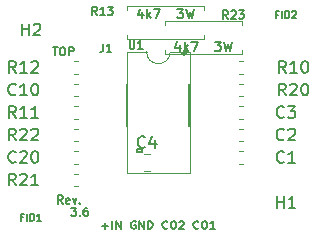
<source format=gto>
G04 #@! TF.GenerationSoftware,KiCad,Pcbnew,(5.1.6-0-10_14)*
G04 #@! TF.CreationDate,2021-03-28T12:21:54+01:00*
G04 #@! TF.ProjectId,VR-Conditioner-MAX9926+reg,56522d43-6f6e-4646-9974-696f6e65722d,3.6*
G04 #@! TF.SameCoordinates,PX68c4118PY713e7a8*
G04 #@! TF.FileFunction,Legend,Top*
G04 #@! TF.FilePolarity,Positive*
%FSLAX46Y46*%
G04 Gerber Fmt 4.6, Leading zero omitted, Abs format (unit mm)*
G04 Created by KiCad (PCBNEW (5.1.6-0-10_14)) date 2021-03-28 12:21:54*
%MOMM*%
%LPD*%
G01*
G04 APERTURE LIST*
%ADD10C,0.150000*%
%ADD11C,0.120000*%
%ADD12C,0.152400*%
G04 APERTURE END LIST*
D10*
X5393333Y1202143D02*
X5926666Y1202143D01*
X5660000Y973572D02*
X5660000Y1430715D01*
X6260000Y973572D02*
X6260000Y1573572D01*
X6593333Y973572D02*
X6593333Y1573572D01*
X6993333Y973572D01*
X6993333Y1573572D01*
X8226666Y1545000D02*
X8160000Y1573572D01*
X8060000Y1573572D01*
X7960000Y1545000D01*
X7893333Y1487858D01*
X7860000Y1430715D01*
X7826666Y1316429D01*
X7826666Y1230715D01*
X7860000Y1116429D01*
X7893333Y1059286D01*
X7960000Y1002143D01*
X8060000Y973572D01*
X8126666Y973572D01*
X8226666Y1002143D01*
X8260000Y1030715D01*
X8260000Y1230715D01*
X8126666Y1230715D01*
X8560000Y973572D02*
X8560000Y1573572D01*
X8960000Y973572D01*
X8960000Y1573572D01*
X9293333Y973572D02*
X9293333Y1573572D01*
X9460000Y1573572D01*
X9560000Y1545000D01*
X9626666Y1487858D01*
X9660000Y1430715D01*
X9693333Y1316429D01*
X9693333Y1230715D01*
X9660000Y1116429D01*
X9626666Y1059286D01*
X9560000Y1002143D01*
X9460000Y973572D01*
X9293333Y973572D01*
X10926666Y1030715D02*
X10893333Y1002143D01*
X10793333Y973572D01*
X10726666Y973572D01*
X10626666Y1002143D01*
X10560000Y1059286D01*
X10526666Y1116429D01*
X10493333Y1230715D01*
X10493333Y1316429D01*
X10526666Y1430715D01*
X10560000Y1487858D01*
X10626666Y1545000D01*
X10726666Y1573572D01*
X10793333Y1573572D01*
X10893333Y1545000D01*
X10926666Y1516429D01*
X11360000Y1573572D02*
X11493333Y1573572D01*
X11560000Y1545000D01*
X11626666Y1487858D01*
X11660000Y1373572D01*
X11660000Y1173572D01*
X11626666Y1059286D01*
X11560000Y1002143D01*
X11493333Y973572D01*
X11360000Y973572D01*
X11293333Y1002143D01*
X11226666Y1059286D01*
X11193333Y1173572D01*
X11193333Y1373572D01*
X11226666Y1487858D01*
X11293333Y1545000D01*
X11360000Y1573572D01*
X11926666Y1516429D02*
X11960000Y1545000D01*
X12026666Y1573572D01*
X12193333Y1573572D01*
X12260000Y1545000D01*
X12293333Y1516429D01*
X12326666Y1459286D01*
X12326666Y1402143D01*
X12293333Y1316429D01*
X11893333Y973572D01*
X12326666Y973572D01*
X13560000Y1030715D02*
X13526666Y1002143D01*
X13426666Y973572D01*
X13360000Y973572D01*
X13260000Y1002143D01*
X13193333Y1059286D01*
X13160000Y1116429D01*
X13126666Y1230715D01*
X13126666Y1316429D01*
X13160000Y1430715D01*
X13193333Y1487858D01*
X13260000Y1545000D01*
X13360000Y1573572D01*
X13426666Y1573572D01*
X13526666Y1545000D01*
X13560000Y1516429D01*
X13993333Y1573572D02*
X14126666Y1573572D01*
X14193333Y1545000D01*
X14260000Y1487858D01*
X14293333Y1373572D01*
X14293333Y1173572D01*
X14260000Y1059286D01*
X14193333Y1002143D01*
X14126666Y973572D01*
X13993333Y973572D01*
X13926666Y1002143D01*
X13860000Y1059286D01*
X13826666Y1173572D01*
X13826666Y1373572D01*
X13860000Y1487858D01*
X13926666Y1545000D01*
X13993333Y1573572D01*
X14960000Y973572D02*
X14560000Y973572D01*
X14760000Y973572D02*
X14760000Y1573572D01*
X14693333Y1487858D01*
X14626666Y1430715D01*
X14560000Y1402143D01*
X1228333Y16328334D02*
X1628333Y16328334D01*
X1428333Y15628334D02*
X1428333Y16328334D01*
X1995000Y16328334D02*
X2128333Y16328334D01*
X2195000Y16295000D01*
X2261666Y16228334D01*
X2295000Y16095000D01*
X2295000Y15861667D01*
X2261666Y15728334D01*
X2195000Y15661667D01*
X2128333Y15628334D01*
X1995000Y15628334D01*
X1928333Y15661667D01*
X1861666Y15728334D01*
X1828333Y15861667D01*
X1828333Y16095000D01*
X1861666Y16228334D01*
X1928333Y16295000D01*
X1995000Y16328334D01*
X2595000Y15628334D02*
X2595000Y16328334D01*
X2861666Y16328334D01*
X2928333Y16295000D01*
X2961666Y16261667D01*
X2995000Y16195000D01*
X2995000Y16095000D01*
X2961666Y16028334D01*
X2928333Y15995000D01*
X2861666Y15961667D01*
X2595000Y15961667D01*
X2786009Y2745249D02*
X3219343Y2745249D01*
X2986009Y2478582D01*
X3086009Y2478582D01*
X3152676Y2445249D01*
X3186009Y2411915D01*
X3219343Y2345249D01*
X3219343Y2178582D01*
X3186009Y2111915D01*
X3152676Y2078582D01*
X3086009Y2045249D01*
X2886009Y2045249D01*
X2819343Y2078582D01*
X2786009Y2111915D01*
X3519343Y2111915D02*
X3552676Y2078582D01*
X3519343Y2045249D01*
X3486009Y2078582D01*
X3519343Y2111915D01*
X3519343Y2045249D01*
X4152676Y2745249D02*
X4019343Y2745249D01*
X3952676Y2711915D01*
X3919343Y2678582D01*
X3852676Y2578582D01*
X3819343Y2445249D01*
X3819343Y2178582D01*
X3852676Y2111915D01*
X3886009Y2078582D01*
X3952676Y2045249D01*
X4086009Y2045249D01*
X4152676Y2078582D01*
X4186009Y2111915D01*
X4219343Y2178582D01*
X4219343Y2345249D01*
X4186009Y2411915D01*
X4152676Y2445249D01*
X4086009Y2478582D01*
X3952676Y2478582D01*
X3886009Y2445249D01*
X3852676Y2411915D01*
X3819343Y2345249D01*
X2063629Y3071648D02*
X1830296Y3404981D01*
X1663629Y3071648D02*
X1663629Y3771648D01*
X1930296Y3771648D01*
X1996962Y3738314D01*
X2030296Y3704981D01*
X2063629Y3638314D01*
X2063629Y3538314D01*
X2030296Y3471648D01*
X1996962Y3438314D01*
X1930296Y3404981D01*
X1663629Y3404981D01*
X2630296Y3104981D02*
X2563629Y3071648D01*
X2430296Y3071648D01*
X2363629Y3104981D01*
X2330296Y3171648D01*
X2330296Y3438314D01*
X2363629Y3504981D01*
X2430296Y3538314D01*
X2563629Y3538314D01*
X2630296Y3504981D01*
X2663629Y3438314D01*
X2663629Y3371648D01*
X2330296Y3304981D01*
X2896962Y3538314D02*
X3063629Y3071648D01*
X3230296Y3538314D01*
X3496962Y3138314D02*
X3530296Y3104981D01*
X3496962Y3071648D01*
X3463629Y3104981D01*
X3496962Y3138314D01*
X3496962Y3071648D01*
X11970000Y16516429D02*
X11970000Y15983096D01*
X11779523Y16821191D02*
X11589047Y16249762D01*
X12084285Y16249762D01*
X12389047Y15983096D02*
X12389047Y16783096D01*
X12465238Y16287858D02*
X12693809Y15983096D01*
X12693809Y16516429D02*
X12389047Y16211667D01*
X12960476Y16783096D02*
X13493809Y16783096D01*
X13150952Y15983096D01*
X14941428Y16783096D02*
X15436666Y16783096D01*
X15170000Y16478334D01*
X15284285Y16478334D01*
X15360476Y16440239D01*
X15398571Y16402143D01*
X15436666Y16325953D01*
X15436666Y16135477D01*
X15398571Y16059286D01*
X15360476Y16021191D01*
X15284285Y15983096D01*
X15055714Y15983096D01*
X14979523Y16021191D01*
X14941428Y16059286D01*
X15703333Y16783096D02*
X15893809Y15983096D01*
X16046190Y16554524D01*
X16198571Y15983096D01*
X16389047Y16783096D01*
X8795000Y19296429D02*
X8795000Y18763096D01*
X8604523Y19601191D02*
X8414047Y19029762D01*
X8909285Y19029762D01*
X9214047Y18763096D02*
X9214047Y19563096D01*
X9290238Y19067858D02*
X9518809Y18763096D01*
X9518809Y19296429D02*
X9214047Y18991667D01*
X9785476Y19563096D02*
X10318809Y19563096D01*
X9975952Y18763096D01*
X11766428Y19563096D02*
X12261666Y19563096D01*
X11995000Y19258334D01*
X12109285Y19258334D01*
X12185476Y19220239D01*
X12223571Y19182143D01*
X12261666Y19105953D01*
X12261666Y18915477D01*
X12223571Y18839286D01*
X12185476Y18801191D01*
X12109285Y18763096D01*
X11880714Y18763096D01*
X11804523Y18801191D01*
X11766428Y18839286D01*
X12528333Y19563096D02*
X12718809Y18763096D01*
X12871190Y19334524D01*
X13023571Y18763096D01*
X13214047Y19563096D01*
D11*
G04 #@! TO.C,C20*
X3337779Y7495000D02*
X3012221Y7495000D01*
X3337779Y6475000D02*
X3012221Y6475000D01*
G04 #@! TO.C,C10*
X3012221Y12190000D02*
X3337779Y12190000D01*
X3012221Y13210000D02*
X3337779Y13210000D01*
G04 #@! TO.C,C4*
X8933922Y5885000D02*
X9451078Y5885000D01*
X8933922Y7305000D02*
X9451078Y7305000D01*
G04 #@! TO.C,C3*
X17307779Y11305000D02*
X16982221Y11305000D01*
X17307779Y10285000D02*
X16982221Y10285000D01*
G04 #@! TO.C,C2*
X17307779Y9400000D02*
X16982221Y9400000D01*
X17307779Y8380000D02*
X16982221Y8380000D01*
G04 #@! TO.C,C1*
X17307779Y7495000D02*
X16982221Y7495000D01*
X17307779Y6475000D02*
X16982221Y6475000D01*
G04 #@! TO.C,R22*
X3003733Y9400000D02*
X3346267Y9400000D01*
X3003733Y8380000D02*
X3346267Y8380000D01*
G04 #@! TO.C,R23*
X10700000Y18185000D02*
X10700000Y18515000D01*
X10700000Y18515000D02*
X17240000Y18515000D01*
X17240000Y18515000D02*
X17240000Y18185000D01*
X10700000Y16105000D02*
X10700000Y15775000D01*
X10700000Y15775000D02*
X17240000Y15775000D01*
X17240000Y15775000D02*
X17240000Y16105000D01*
G04 #@! TO.C,R13*
X7525000Y19455000D02*
X7525000Y19785000D01*
X7525000Y19785000D02*
X14065000Y19785000D01*
X14065000Y19785000D02*
X14065000Y19455000D01*
X7525000Y17375000D02*
X7525000Y17045000D01*
X7525000Y17045000D02*
X14065000Y17045000D01*
X14065000Y17045000D02*
X14065000Y17375000D01*
D12*
G04 #@! TO.C,U1*
X7543800Y13171055D02*
X7543800Y9688945D01*
X12776200Y9688945D02*
X12776200Y13171055D01*
X8763000Y7473201D02*
X8382000Y7473201D01*
X8382000Y7473201D02*
X8382000Y7727201D01*
X8382000Y7727201D02*
X8763000Y7727201D01*
X8763000Y7727201D02*
X8763000Y7473201D01*
D11*
G04 #@! TO.C,R21*
X3346267Y4570000D02*
X3003733Y4570000D01*
X3346267Y5590000D02*
X3003733Y5590000D01*
G04 #@! TO.C,R20*
X17316267Y12190000D02*
X16973733Y12190000D01*
X17316267Y13210000D02*
X16973733Y13210000D01*
G04 #@! TO.C,R12*
X3003733Y15115000D02*
X3346267Y15115000D01*
X3003733Y14095000D02*
X3346267Y14095000D01*
G04 #@! TO.C,R11*
X3003733Y11305000D02*
X3346267Y11305000D01*
X3003733Y10285000D02*
X3346267Y10285000D01*
G04 #@! TO.C,R10*
X17316267Y14095000D02*
X16973733Y14095000D01*
X17316267Y15115000D02*
X16973733Y15115000D01*
G04 #@! TO.C,J1*
X9160000Y15935000D02*
X7510000Y15935000D01*
X7510000Y15935000D02*
X7510000Y5655000D01*
X7510000Y5655000D02*
X12810000Y5655000D01*
X12810000Y5655000D02*
X12810000Y15935000D01*
X12810000Y15935000D02*
X11160000Y15935000D01*
X11160000Y15935000D02*
G75*
G02*
X9160000Y15935000I-1000000J0D01*
G01*
G04 #@! TO.C,C20*
D10*
X-1912858Y6627858D02*
X-1960477Y6580239D01*
X-2103334Y6532620D01*
X-2198572Y6532620D01*
X-2341429Y6580239D01*
X-2436667Y6675477D01*
X-2484286Y6770715D01*
X-2531905Y6961191D01*
X-2531905Y7104048D01*
X-2484286Y7294524D01*
X-2436667Y7389762D01*
X-2341429Y7485000D01*
X-2198572Y7532620D01*
X-2103334Y7532620D01*
X-1960477Y7485000D01*
X-1912858Y7437381D01*
X-1531905Y7437381D02*
X-1484286Y7485000D01*
X-1389048Y7532620D01*
X-1150953Y7532620D01*
X-1055715Y7485000D01*
X-1008096Y7437381D01*
X-960477Y7342143D01*
X-960477Y7246905D01*
X-1008096Y7104048D01*
X-1579524Y6532620D01*
X-960477Y6532620D01*
X-341429Y7532620D02*
X-246191Y7532620D01*
X-150953Y7485000D01*
X-103334Y7437381D01*
X-55715Y7342143D01*
X-8096Y7151667D01*
X-8096Y6913572D01*
X-55715Y6723096D01*
X-103334Y6627858D01*
X-150953Y6580239D01*
X-246191Y6532620D01*
X-341429Y6532620D01*
X-436667Y6580239D01*
X-484286Y6627858D01*
X-531905Y6723096D01*
X-579524Y6913572D01*
X-579524Y7151667D01*
X-531905Y7342143D01*
X-484286Y7437381D01*
X-436667Y7485000D01*
X-341429Y7532620D01*
G04 #@! TO.C,C10*
X-1912858Y12342858D02*
X-1960477Y12295239D01*
X-2103334Y12247620D01*
X-2198572Y12247620D01*
X-2341429Y12295239D01*
X-2436667Y12390477D01*
X-2484286Y12485715D01*
X-2531905Y12676191D01*
X-2531905Y12819048D01*
X-2484286Y13009524D01*
X-2436667Y13104762D01*
X-2341429Y13200000D01*
X-2198572Y13247620D01*
X-2103334Y13247620D01*
X-1960477Y13200000D01*
X-1912858Y13152381D01*
X-960477Y12247620D02*
X-1531905Y12247620D01*
X-1246191Y12247620D02*
X-1246191Y13247620D01*
X-1341429Y13104762D01*
X-1436667Y13009524D01*
X-1531905Y12961905D01*
X-341429Y13247620D02*
X-246191Y13247620D01*
X-150953Y13200000D01*
X-103334Y13152381D01*
X-55715Y13057143D01*
X-8096Y12866667D01*
X-8096Y12628572D01*
X-55715Y12438096D01*
X-103334Y12342858D01*
X-150953Y12295239D01*
X-246191Y12247620D01*
X-341429Y12247620D01*
X-436667Y12295239D01*
X-484286Y12342858D01*
X-531905Y12438096D01*
X-579524Y12628572D01*
X-579524Y12866667D01*
X-531905Y13057143D01*
X-484286Y13152381D01*
X-436667Y13200000D01*
X-341429Y13247620D01*
G04 #@! TO.C,C4*
X9025833Y7887858D02*
X8978214Y7840239D01*
X8835357Y7792620D01*
X8740119Y7792620D01*
X8597261Y7840239D01*
X8502023Y7935477D01*
X8454404Y8030715D01*
X8406785Y8221191D01*
X8406785Y8364048D01*
X8454404Y8554524D01*
X8502023Y8649762D01*
X8597261Y8745000D01*
X8740119Y8792620D01*
X8835357Y8792620D01*
X8978214Y8745000D01*
X9025833Y8697381D01*
X9882976Y8459286D02*
X9882976Y7792620D01*
X9644880Y8840239D02*
X9406785Y8125953D01*
X10025833Y8125953D01*
G04 #@! TO.C,C3*
X20788333Y10437858D02*
X20740714Y10390239D01*
X20597857Y10342620D01*
X20502619Y10342620D01*
X20359761Y10390239D01*
X20264523Y10485477D01*
X20216904Y10580715D01*
X20169285Y10771191D01*
X20169285Y10914048D01*
X20216904Y11104524D01*
X20264523Y11199762D01*
X20359761Y11295000D01*
X20502619Y11342620D01*
X20597857Y11342620D01*
X20740714Y11295000D01*
X20788333Y11247381D01*
X21121666Y11342620D02*
X21740714Y11342620D01*
X21407380Y10961667D01*
X21550238Y10961667D01*
X21645476Y10914048D01*
X21693095Y10866429D01*
X21740714Y10771191D01*
X21740714Y10533096D01*
X21693095Y10437858D01*
X21645476Y10390239D01*
X21550238Y10342620D01*
X21264523Y10342620D01*
X21169285Y10390239D01*
X21121666Y10437858D01*
G04 #@! TO.C,C2*
X20788333Y8532858D02*
X20740714Y8485239D01*
X20597857Y8437620D01*
X20502619Y8437620D01*
X20359761Y8485239D01*
X20264523Y8580477D01*
X20216904Y8675715D01*
X20169285Y8866191D01*
X20169285Y9009048D01*
X20216904Y9199524D01*
X20264523Y9294762D01*
X20359761Y9390000D01*
X20502619Y9437620D01*
X20597857Y9437620D01*
X20740714Y9390000D01*
X20788333Y9342381D01*
X21169285Y9342381D02*
X21216904Y9390000D01*
X21312142Y9437620D01*
X21550238Y9437620D01*
X21645476Y9390000D01*
X21693095Y9342381D01*
X21740714Y9247143D01*
X21740714Y9151905D01*
X21693095Y9009048D01*
X21121666Y8437620D01*
X21740714Y8437620D01*
G04 #@! TO.C,C1*
X20788333Y6627858D02*
X20740714Y6580239D01*
X20597857Y6532620D01*
X20502619Y6532620D01*
X20359761Y6580239D01*
X20264523Y6675477D01*
X20216904Y6770715D01*
X20169285Y6961191D01*
X20169285Y7104048D01*
X20216904Y7294524D01*
X20264523Y7389762D01*
X20359761Y7485000D01*
X20502619Y7532620D01*
X20597857Y7532620D01*
X20740714Y7485000D01*
X20788333Y7437381D01*
X21740714Y6532620D02*
X21169285Y6532620D01*
X21455000Y6532620D02*
X21455000Y7532620D01*
X21359761Y7389762D01*
X21264523Y7294524D01*
X21169285Y7246905D01*
G04 #@! TO.C,*
G04 #@! TO.C,H2*
X-1396905Y17327620D02*
X-1396905Y18327620D01*
X-1396905Y17851429D02*
X-825477Y17851429D01*
X-825477Y17327620D02*
X-825477Y18327620D01*
X-396905Y18232381D02*
X-349286Y18280000D01*
X-254048Y18327620D01*
X-15953Y18327620D01*
X79285Y18280000D01*
X126904Y18232381D01*
X174523Y18137143D01*
X174523Y18041905D01*
X126904Y17899048D01*
X-444524Y17327620D01*
X174523Y17327620D01*
G04 #@! TO.C,H1*
X20193095Y2722620D02*
X20193095Y3722620D01*
X20193095Y3246429D02*
X20764523Y3246429D01*
X20764523Y2722620D02*
X20764523Y3722620D01*
X21764523Y2722620D02*
X21193095Y2722620D01*
X21478809Y2722620D02*
X21478809Y3722620D01*
X21383571Y3579762D01*
X21288333Y3484524D01*
X21193095Y3436905D01*
G04 #@! TO.C,R22*
X-1912858Y8437620D02*
X-2246191Y8913810D01*
X-2484286Y8437620D02*
X-2484286Y9437620D01*
X-2103334Y9437620D01*
X-2008096Y9390000D01*
X-1960477Y9342381D01*
X-1912858Y9247143D01*
X-1912858Y9104286D01*
X-1960477Y9009048D01*
X-2008096Y8961429D01*
X-2103334Y8913810D01*
X-2484286Y8913810D01*
X-1531905Y9342381D02*
X-1484286Y9390000D01*
X-1389048Y9437620D01*
X-1150953Y9437620D01*
X-1055715Y9390000D01*
X-1008096Y9342381D01*
X-960477Y9247143D01*
X-960477Y9151905D01*
X-1008096Y9009048D01*
X-1579524Y8437620D01*
X-960477Y8437620D01*
X-579524Y9342381D02*
X-531905Y9390000D01*
X-436667Y9437620D01*
X-198572Y9437620D01*
X-103334Y9390000D01*
X-55715Y9342381D01*
X-8096Y9247143D01*
X-8096Y9151905D01*
X-55715Y9009048D01*
X-627143Y8437620D01*
X-8096Y8437620D01*
G04 #@! TO.C,R23*
X16060000Y18733334D02*
X15826666Y19066667D01*
X15660000Y18733334D02*
X15660000Y19433334D01*
X15926666Y19433334D01*
X15993333Y19400000D01*
X16026666Y19366667D01*
X16060000Y19300000D01*
X16060000Y19200000D01*
X16026666Y19133334D01*
X15993333Y19100000D01*
X15926666Y19066667D01*
X15660000Y19066667D01*
X16326666Y19366667D02*
X16360000Y19400000D01*
X16426666Y19433334D01*
X16593333Y19433334D01*
X16660000Y19400000D01*
X16693333Y19366667D01*
X16726666Y19300000D01*
X16726666Y19233334D01*
X16693333Y19133334D01*
X16293333Y18733334D01*
X16726666Y18733334D01*
X16960000Y19433334D02*
X17393333Y19433334D01*
X17160000Y19166667D01*
X17260000Y19166667D01*
X17326666Y19133334D01*
X17360000Y19100000D01*
X17393333Y19033334D01*
X17393333Y18866667D01*
X17360000Y18800000D01*
X17326666Y18766667D01*
X17260000Y18733334D01*
X17060000Y18733334D01*
X16993333Y18766667D01*
X16960000Y18800000D01*
G04 #@! TO.C,R13*
X4967282Y19048803D02*
X4733948Y19382136D01*
X4567282Y19048803D02*
X4567282Y19748803D01*
X4833948Y19748803D01*
X4900615Y19715469D01*
X4933948Y19682136D01*
X4967282Y19615469D01*
X4967282Y19515469D01*
X4933948Y19448803D01*
X4900615Y19415469D01*
X4833948Y19382136D01*
X4567282Y19382136D01*
X5633948Y19048803D02*
X5233948Y19048803D01*
X5433948Y19048803D02*
X5433948Y19748803D01*
X5367282Y19648803D01*
X5300615Y19582136D01*
X5233948Y19548803D01*
X5867282Y19748803D02*
X6300615Y19748803D01*
X6067282Y19482136D01*
X6167282Y19482136D01*
X6233948Y19448803D01*
X6267282Y19415469D01*
X6300615Y19348803D01*
X6300615Y19182136D01*
X6267282Y19115469D01*
X6233948Y19082136D01*
X6167282Y19048803D01*
X5967282Y19048803D01*
X5900615Y19082136D01*
X5867282Y19115469D01*
G04 #@! TO.C,U1*
X7721666Y16893334D02*
X7721666Y16326667D01*
X7755000Y16260000D01*
X7788333Y16226667D01*
X7855000Y16193334D01*
X7988333Y16193334D01*
X8055000Y16226667D01*
X8088333Y16260000D01*
X8121666Y16326667D01*
X8121666Y16893334D01*
X8821666Y16193334D02*
X8421666Y16193334D01*
X8621666Y16193334D02*
X8621666Y16893334D01*
X8555000Y16793334D01*
X8488333Y16726667D01*
X8421666Y16693334D01*
X12152380Y15875000D02*
X12390476Y15875000D01*
X12295238Y15636905D02*
X12390476Y15875000D01*
X12295238Y16113096D01*
X12580952Y15732143D02*
X12390476Y15875000D01*
X12580952Y16017858D01*
X12152380Y15875000D02*
X12390476Y15875000D01*
X12295238Y15636905D02*
X12390476Y15875000D01*
X12295238Y16113096D01*
X12580952Y15732143D02*
X12390476Y15875000D01*
X12580952Y16017858D01*
G04 #@! TO.C,R21*
X-1912858Y4627620D02*
X-2246191Y5103810D01*
X-2484286Y4627620D02*
X-2484286Y5627620D01*
X-2103334Y5627620D01*
X-2008096Y5580000D01*
X-1960477Y5532381D01*
X-1912858Y5437143D01*
X-1912858Y5294286D01*
X-1960477Y5199048D01*
X-2008096Y5151429D01*
X-2103334Y5103810D01*
X-2484286Y5103810D01*
X-1531905Y5532381D02*
X-1484286Y5580000D01*
X-1389048Y5627620D01*
X-1150953Y5627620D01*
X-1055715Y5580000D01*
X-1008096Y5532381D01*
X-960477Y5437143D01*
X-960477Y5341905D01*
X-1008096Y5199048D01*
X-1579524Y4627620D01*
X-960477Y4627620D01*
X-8096Y4627620D02*
X-579524Y4627620D01*
X-293810Y4627620D02*
X-293810Y5627620D01*
X-389048Y5484762D01*
X-484286Y5389524D01*
X-579524Y5341905D01*
G04 #@! TO.C,R20*
X20947142Y12247620D02*
X20613809Y12723810D01*
X20375714Y12247620D02*
X20375714Y13247620D01*
X20756666Y13247620D01*
X20851904Y13200000D01*
X20899523Y13152381D01*
X20947142Y13057143D01*
X20947142Y12914286D01*
X20899523Y12819048D01*
X20851904Y12771429D01*
X20756666Y12723810D01*
X20375714Y12723810D01*
X21328095Y13152381D02*
X21375714Y13200000D01*
X21470952Y13247620D01*
X21709047Y13247620D01*
X21804285Y13200000D01*
X21851904Y13152381D01*
X21899523Y13057143D01*
X21899523Y12961905D01*
X21851904Y12819048D01*
X21280476Y12247620D01*
X21899523Y12247620D01*
X22518571Y13247620D02*
X22613809Y13247620D01*
X22709047Y13200000D01*
X22756666Y13152381D01*
X22804285Y13057143D01*
X22851904Y12866667D01*
X22851904Y12628572D01*
X22804285Y12438096D01*
X22756666Y12342858D01*
X22709047Y12295239D01*
X22613809Y12247620D01*
X22518571Y12247620D01*
X22423333Y12295239D01*
X22375714Y12342858D01*
X22328095Y12438096D01*
X22280476Y12628572D01*
X22280476Y12866667D01*
X22328095Y13057143D01*
X22375714Y13152381D01*
X22423333Y13200000D01*
X22518571Y13247620D01*
G04 #@! TO.C,R12*
X-1912858Y14152620D02*
X-2246191Y14628810D01*
X-2484286Y14152620D02*
X-2484286Y15152620D01*
X-2103334Y15152620D01*
X-2008096Y15105000D01*
X-1960477Y15057381D01*
X-1912858Y14962143D01*
X-1912858Y14819286D01*
X-1960477Y14724048D01*
X-2008096Y14676429D01*
X-2103334Y14628810D01*
X-2484286Y14628810D01*
X-960477Y14152620D02*
X-1531905Y14152620D01*
X-1246191Y14152620D02*
X-1246191Y15152620D01*
X-1341429Y15009762D01*
X-1436667Y14914524D01*
X-1531905Y14866905D01*
X-579524Y15057381D02*
X-531905Y15105000D01*
X-436667Y15152620D01*
X-198572Y15152620D01*
X-103334Y15105000D01*
X-55715Y15057381D01*
X-8096Y14962143D01*
X-8096Y14866905D01*
X-55715Y14724048D01*
X-627143Y14152620D01*
X-8096Y14152620D01*
G04 #@! TO.C,R11*
X-1912858Y10342620D02*
X-2246191Y10818810D01*
X-2484286Y10342620D02*
X-2484286Y11342620D01*
X-2103334Y11342620D01*
X-2008096Y11295000D01*
X-1960477Y11247381D01*
X-1912858Y11152143D01*
X-1912858Y11009286D01*
X-1960477Y10914048D01*
X-2008096Y10866429D01*
X-2103334Y10818810D01*
X-2484286Y10818810D01*
X-960477Y10342620D02*
X-1531905Y10342620D01*
X-1246191Y10342620D02*
X-1246191Y11342620D01*
X-1341429Y11199762D01*
X-1436667Y11104524D01*
X-1531905Y11056905D01*
X-8096Y10342620D02*
X-579524Y10342620D01*
X-293810Y10342620D02*
X-293810Y11342620D01*
X-389048Y11199762D01*
X-484286Y11104524D01*
X-579524Y11056905D01*
G04 #@! TO.C,R10*
X20947142Y14152620D02*
X20613809Y14628810D01*
X20375714Y14152620D02*
X20375714Y15152620D01*
X20756666Y15152620D01*
X20851904Y15105000D01*
X20899523Y15057381D01*
X20947142Y14962143D01*
X20947142Y14819286D01*
X20899523Y14724048D01*
X20851904Y14676429D01*
X20756666Y14628810D01*
X20375714Y14628810D01*
X21899523Y14152620D02*
X21328095Y14152620D01*
X21613809Y14152620D02*
X21613809Y15152620D01*
X21518571Y15009762D01*
X21423333Y14914524D01*
X21328095Y14866905D01*
X22518571Y15152620D02*
X22613809Y15152620D01*
X22709047Y15105000D01*
X22756666Y15057381D01*
X22804285Y14962143D01*
X22851904Y14771667D01*
X22851904Y14533572D01*
X22804285Y14343096D01*
X22756666Y14247858D01*
X22709047Y14200239D01*
X22613809Y14152620D01*
X22518571Y14152620D01*
X22423333Y14200239D01*
X22375714Y14247858D01*
X22328095Y14343096D01*
X22280476Y14533572D01*
X22280476Y14771667D01*
X22328095Y14962143D01*
X22375714Y15057381D01*
X22423333Y15105000D01*
X22518571Y15152620D01*
G04 #@! TO.C,J1*
X5481666Y16628334D02*
X5481666Y16128334D01*
X5448333Y16028334D01*
X5381666Y15961667D01*
X5281666Y15928334D01*
X5215000Y15928334D01*
X6181666Y15928334D02*
X5781666Y15928334D01*
X5981666Y15928334D02*
X5981666Y16628334D01*
X5915000Y16528334D01*
X5848333Y16461667D01*
X5781666Y16428334D01*
G04 #@! TO.C,FID2*
X20312142Y19092858D02*
X20112142Y19092858D01*
X20112142Y18778572D02*
X20112142Y19378572D01*
X20397857Y19378572D01*
X20626428Y18778572D02*
X20626428Y19378572D01*
X20912142Y18778572D02*
X20912142Y19378572D01*
X21055000Y19378572D01*
X21140714Y19350000D01*
X21197857Y19292858D01*
X21226428Y19235715D01*
X21255000Y19121429D01*
X21255000Y19035715D01*
X21226428Y18921429D01*
X21197857Y18864286D01*
X21140714Y18807143D01*
X21055000Y18778572D01*
X20912142Y18778572D01*
X21483571Y19321429D02*
X21512142Y19350000D01*
X21569285Y19378572D01*
X21712142Y19378572D01*
X21769285Y19350000D01*
X21797857Y19321429D01*
X21826428Y19264286D01*
X21826428Y19207143D01*
X21797857Y19121429D01*
X21455000Y18778572D01*
X21826428Y18778572D01*
G04 #@! TO.C,FID1*
X-1277858Y1947858D02*
X-1477858Y1947858D01*
X-1477858Y1633572D02*
X-1477858Y2233572D01*
X-1192143Y2233572D01*
X-963572Y1633572D02*
X-963572Y2233572D01*
X-677858Y1633572D02*
X-677858Y2233572D01*
X-535000Y2233572D01*
X-449286Y2205000D01*
X-392143Y2147858D01*
X-363572Y2090715D01*
X-335000Y1976429D01*
X-335000Y1890715D01*
X-363572Y1776429D01*
X-392143Y1719286D01*
X-449286Y1662143D01*
X-535000Y1633572D01*
X-677858Y1633572D01*
X236428Y1633572D02*
X-106429Y1633572D01*
X65000Y1633572D02*
X65000Y2233572D01*
X7857Y2147858D01*
X-49286Y2090715D01*
X-106429Y2062143D01*
G04 #@! TD*
M02*

</source>
